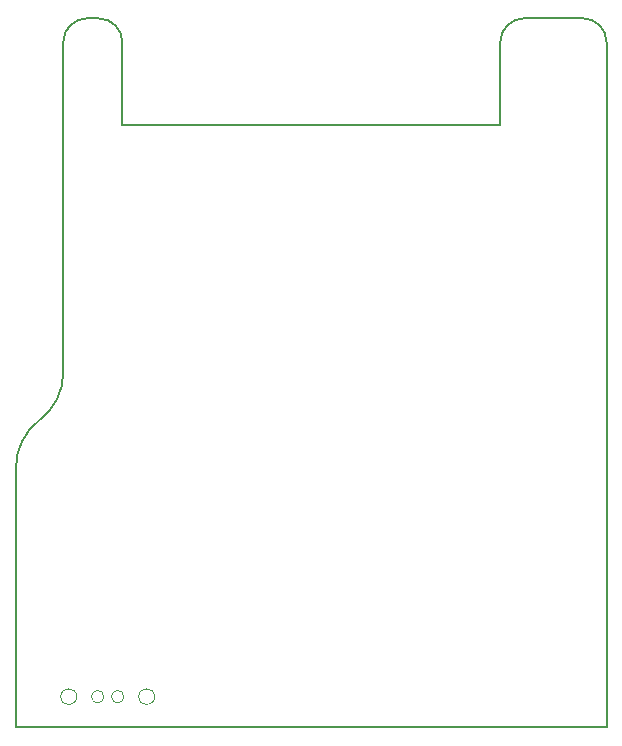
<source format=gm1>
%TF.GenerationSoftware,KiCad,Pcbnew,9.0.0-9.0.0-2~ubuntu24.04.1*%
%TF.CreationDate,2025-02-26T14:58:08+01:00*%
%TF.ProjectId,SupplyBoard,53757070-6c79-4426-9f61-72642e6b6963,rev?*%
%TF.SameCoordinates,Original*%
%TF.FileFunction,Profile,NP*%
%FSLAX46Y46*%
G04 Gerber Fmt 4.6, Leading zero omitted, Abs format (unit mm)*
G04 Created by KiCad (PCBNEW 9.0.0-9.0.0-2~ubuntu24.04.1) date 2025-02-26 14:58:08*
%MOMM*%
%LPD*%
G01*
G04 APERTURE LIST*
%TA.AperFunction,Profile*%
%ADD10C,0.200000*%
%TD*%
%TA.AperFunction,Profile*%
%ADD11C,0.050000*%
%TD*%
G04 APERTURE END LIST*
D10*
X195400000Y-41600000D02*
X200400000Y-41600000D01*
X193400000Y-50600000D02*
X193400000Y-43600000D01*
X161400000Y-50600000D02*
X193400000Y-50600000D01*
X193400000Y-43600000D02*
G75*
G02*
X195400000Y-41600000I2000000J0D01*
G01*
X152400000Y-79600000D02*
G75*
G02*
X154400000Y-75600000I5000000J0D01*
G01*
X159400000Y-41600000D02*
X158400000Y-41600000D01*
X200400000Y-41600000D02*
G75*
G02*
X202400000Y-43600000I0J-2000000D01*
G01*
X156400000Y-43600000D02*
G75*
G02*
X158400000Y-41600000I2000000J0D01*
G01*
X152400000Y-79600000D02*
X152400000Y-101600000D01*
X202400000Y-43600000D02*
X202400000Y-101600000D01*
X156400000Y-43600000D02*
X156400000Y-71600000D01*
X159400000Y-41600000D02*
G75*
G02*
X161400000Y-43600000I0J-2000000D01*
G01*
X202400000Y-101600000D02*
X152400000Y-101600000D01*
X156400000Y-71600000D02*
G75*
G02*
X154400000Y-75600000I-5000000J0D01*
G01*
X161400000Y-43600000D02*
X161400000Y-50600000D01*
D11*
%TO.C,SW1*%
X157534200Y-99032000D02*
G75*
G02*
X156184200Y-99032000I-675000J0D01*
G01*
X156184200Y-99032000D02*
G75*
G02*
X157534200Y-99032000I675000J0D01*
G01*
X159834200Y-99032000D02*
G75*
G02*
X158784200Y-99032000I-525000J0D01*
G01*
X158784200Y-99032000D02*
G75*
G02*
X159834200Y-99032000I525000J0D01*
G01*
X161534200Y-99032000D02*
G75*
G02*
X160484200Y-99032000I-525000J0D01*
G01*
X160484200Y-99032000D02*
G75*
G02*
X161534200Y-99032000I525000J0D01*
G01*
X164134200Y-99032000D02*
G75*
G02*
X162784200Y-99032000I-675000J0D01*
G01*
X162784200Y-99032000D02*
G75*
G02*
X164134200Y-99032000I675000J0D01*
G01*
%TD*%
M02*

</source>
